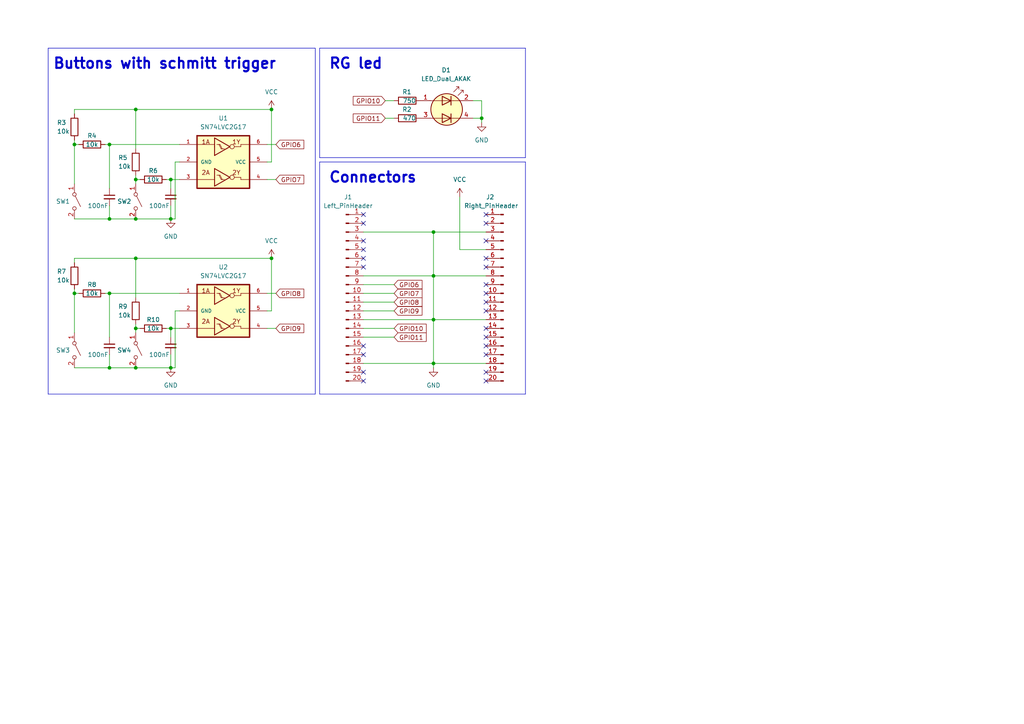
<source format=kicad_sch>
(kicad_sch (version 20230121) (generator eeschema)
  (paper "A4")
  (lib_symbols
    (symbol "Connector:Conn_01x20_Pin" (pin_names (offset 1.016) hide)
      (property "Reference" "J" (at 0 25.4 0))
      (property "Value" "Conn_01x20_Pin" (at 0 -27.94 0))
      (symbol "Conn_01x20_Pin_1_1"
        (polyline (pts (xy 1.27 -25.4) (xy 0.8636 -25.4)) (stroke (width 0.1524)))
        (polyline (pts (xy 1.27 -22.86) (xy 0.8636 -22.86)) (stroke (width 0.1524)))
        (polyline (pts (xy 1.27 -20.32) (xy 0.8636 -20.32)) (stroke (width 0.1524)))
        (polyline (pts (xy 1.27 -17.78) (xy 0.8636 -17.78)) (stroke (width 0.1524)))
        (polyline (pts (xy 1.27 -15.24) (xy 0.8636 -15.24)) (stroke (width 0.1524)))
        (polyline (pts (xy 1.27 -12.7) (xy 0.8636 -12.7)) (stroke (width 0.1524)))
        (polyline (pts (xy 1.27 -10.16) (xy 0.8636 -10.16)) (stroke (width 0.1524)))
        (polyline (pts (xy 1.27 -7.62) (xy 0.8636 -7.62)) (stroke (width 0.1524)))
        (polyline (pts (xy 1.27 -5.08) (xy 0.8636 -5.08)) (stroke (width 0.1524)))
        (polyline (pts (xy 1.27 -2.54) (xy 0.8636 -2.54)) (stroke (width 0.1524)))
        (polyline (pts (xy 1.27 0) (xy 0.8636 0)) (stroke (width 0.1524)))
        (polyline (pts (xy 1.27 2.54) (xy 0.8636 2.54)) (stroke (width 0.1524)))
        (polyline (pts (xy 1.27 5.08) (xy 0.8636 5.08)) (stroke (width 0.1524)))
        (polyline (pts (xy 1.27 7.62) (xy 0.8636 7.62)) (stroke (width 0.1524)))
        (polyline (pts (xy 1.27 10.16) (xy 0.8636 10.16)) (stroke (width 0.1524)))
        (polyline (pts (xy 1.27 12.7) (xy 0.8636 12.7)) (stroke (width 0.1524)))
        (polyline (pts (xy 1.27 15.24) (xy 0.8636 15.24)) (stroke (width 0.1524)))
        (polyline (pts (xy 1.27 17.78) (xy 0.8636 17.78)) (stroke (width 0.1524)))
        (polyline (pts (xy 1.27 20.32) (xy 0.8636 20.32)) (stroke (width 0.1524)))
        (polyline (pts (xy 1.27 22.86) (xy 0.8636 22.86)) (stroke (width 0.1524)))
        (rectangle (start 0.8636 -25.273) (end 0 -25.527) (stroke (width 0.1524)) (fill (type outline)))
        (rectangle (start 0.8636 -22.733) (end 0 -22.987) (stroke (width 0.1524)) (fill (type outline)))
        (rectangle (start 0.8636 -20.193) (end 0 -20.447) (stroke (width 0.1524)) (fill (type outline)))
        (rectangle (start 0.8636 -17.653) (end 0 -17.907) (stroke (width 0.1524)) (fill (type outline)))
        (rectangle (start 0.8636 -15.113) (end 0 -15.367) (stroke (width 0.1524)) (fill (type outline)))
        (rectangle (start 0.8636 -12.573) (end 0 -12.827) (stroke (width 0.1524)) (fill (type outline)))
        (rectangle (start 0.8636 -10.033) (end 0 -10.287) (stroke (width 0.1524)) (fill (type outline)))
        (rectangle (start 0.8636 -7.493) (end 0 -7.747) (stroke (width 0.1524)) (fill (type outline)))
        (rectangle (start 0.8636 -4.953) (end 0 -5.207) (stroke (width 0.1524)) (fill (type outline)))
        (rectangle (start 0.8636 -2.413) (end 0 -2.667) (stroke (width 0.1524)) (fill (type outline)))
        (rectangle (start 0.8636 0.127) (end 0 -0.127) (stroke (width 0.1524)) (fill (type outline)))
        (rectangle (start 0.8636 2.667) (end 0 2.413) (stroke (width 0.1524)) (fill (type outline)))
        (rectangle (start 0.8636 5.207) (end 0 4.953) (stroke (width 0.1524)) (fill (type outline)))
        (rectangle (start 0.8636 7.747) (end 0 7.493) (stroke (width 0.1524)) (fill (type outline)))
        (rectangle (start 0.8636 10.287) (end 0 10.033) (stroke (width 0.1524)) (fill (type outline)))
        (rectangle (start 0.8636 12.827) (end 0 12.573) (stroke (width 0.1524)) (fill (type outline)))
        (rectangle (start 0.8636 15.367) (end 0 15.113) (stroke (width 0.1524)) (fill (type outline)))
        (rectangle (start 0.8636 17.907) (end 0 17.653) (stroke (width 0.1524)) (fill (type outline)))
        (rectangle (start 0.8636 20.447) (end 0 20.193) (stroke (width 0.1524)) (fill (type outline)))
        (rectangle (start 0.8636 22.987) (end 0 22.733) (stroke (width 0.1524)) (fill (type outline)))
        (pin passive line (at 5.08 22.86 180) (length 3.81) (name "Pin_1") (number "1"))
        (pin passive line (at 5.08 0 180) (length 3.81) (name "Pin_10") (number "10"))
        (pin passive line (at 5.08 -2.54 180) (length 3.81) (name "Pin_11") (number "11"))
        (pin passive line (at 5.08 -5.08 180) (length 3.81) (name "Pin_12") (number "12"))
        (pin passive line (at 5.08 -7.62 180) (length 3.81) (name "Pin_13") (number "13"))
        (pin passive line (at 5.08 -10.16 180) (length 3.81) (name "Pin_14") (number "14"))
        (pin passive line (at 5.08 -12.7 180) (length 3.81) (name "Pin_15") (number "15"))
        (pin passive line (at 5.08 -15.24 180) (length 3.81) (name "Pin_16") (number "16"))
        (pin passive line (at 5.08 -17.78 180) (length 3.81) (name "Pin_17") (number "17"))
        (pin passive line (at 5.08 -20.32 180) (length 3.81) (name "Pin_18") (number "18"))
        (pin passive line (at 5.08 -22.86 180) (length 3.81) (name "Pin_19") (number "19"))
        (pin passive line (at 5.08 20.32 180) (length 3.81) (name "Pin_2") (number "2"))
        (pin passive line (at 5.08 -25.4 180) (length 3.81) (name "Pin_20") (number "20"))
        (pin passive line (at 5.08 17.78 180) (length 3.81) (name "Pin_3") (number "3"))
        (pin passive line (at 5.08 15.24 180) (length 3.81) (name "Pin_4") (number "4"))
        (pin passive line (at 5.08 12.7 180) (length 3.81) (name "Pin_5") (number "5"))
        (pin passive line (at 5.08 10.16 180) (length 3.81) (name "Pin_6") (number "6"))
        (pin passive line (at 5.08 7.62 180) (length 3.81) (name "Pin_7") (number "7"))
        (pin passive line (at 5.08 5.08 180) (length 3.81) (name "Pin_8") (number "8"))
        (pin passive line (at 5.08 2.54 180) (length 3.81) (name "Pin_9") (number "9"))
      )
    )
    (symbol "Device:C_Small" (pin_numbers hide) (pin_names (offset 0.254) hide)
      (property "Reference" "C" (at 0.254 1.778 0))
      (property "Value" "C_Small" (at 0.254 -2.032 0))
      (symbol "C_Small_0_1"
        (polyline (pts (xy -1.524 -0.508) (xy 1.524 -0.508)) (stroke (width 0.3302)))
        (polyline (pts (xy -1.524 0.508) (xy 1.524 0.508)) (stroke (width 0.3048)))
      )
      (symbol "C_Small_1_1"
        (pin passive line (at 0 2.54 270) (length 2.032) (name "~") (number "1"))
        (pin passive line (at 0 -2.54 90) (length 2.032) (name "~") (number "2"))
      )
    )
    (symbol "Device:LED_Dual_AKAK" (pin_names (offset 0) hide)
      (property "Reference" "D" (at 0 5.715 0))
      (property "Value" "LED_Dual_AKAK" (at 0 -6.35 0))
      (symbol "LED_Dual_AKAK_0_1"
        (polyline (pts (xy -5.08 -2.54) (xy 2.032 -2.54)))
        (polyline (pts (xy -5.08 2.54) (xy 2.032 2.54)))
        (polyline (pts (xy 1.27 -1.27) (xy 1.27 -3.81)) (stroke (width 0.254)))
        (polyline (pts (xy 1.27 3.81) (xy 1.27 1.27)) (stroke (width 0.254)))
        (polyline (pts (xy 3.81 -2.54) (xy 1.905 -2.54)))
        (polyline (pts (xy 3.81 2.54) (xy 1.905 2.54)))
        (polyline (pts (xy -1.27 -1.27) (xy -1.27 -3.81) (xy 1.27 -2.54) (xy -1.27 -1.27)) (stroke (width 0.254)))
        (polyline (pts (xy -1.27 3.81) (xy -1.27 1.27) (xy 1.27 2.54) (xy -1.27 3.81)) (stroke (width 0.254)))
        (polyline (pts (xy 2.032 5.08) (xy 3.556 6.604) (xy 2.794 6.604) (xy 3.556 6.604) (xy 3.556 5.842)))
        (polyline (pts (xy 3.302 4.064) (xy 4.826 5.588) (xy 4.064 5.588) (xy 4.826 5.588) (xy 4.826 4.826)))
        (circle (center 0 0) (radius 4.572) (stroke (width 0.254)) (fill (type background)))
      )
      (symbol "LED_Dual_AKAK_1_1"
        (pin input line (at -7.62 2.54 0) (length 3.048) (name "A1") (number "1"))
        (pin input line (at 7.62 2.54 180) (length 3.81) (name "K1") (number "2"))
        (pin input line (at -7.62 -2.54 0) (length 3.048) (name "A2") (number "3"))
        (pin input line (at 7.62 -2.54 180) (length 3.81) (name "K2") (number "4"))
      )
    )
    (symbol "Device:R" (pin_numbers hide) (pin_names (offset 0))
      (property "Reference" "R" (at 2.032 0 90))
      (property "Value" "R" (at 0 0 90))
      (symbol "R_0_1"
        (rectangle (start -1.016 -2.54) (end 1.016 2.54) (stroke (width 0.254)))
      )
      (symbol "R_1_1"
        (pin passive line (at 0 3.81 270) (length 1.27) (name "~") (number "1"))
        (pin passive line (at 0 -3.81 90) (length 1.27) (name "~") (number "2"))
      )
    )
    (symbol "Switch:SW_SPST" (pin_names (offset 0) hide)
      (property "Reference" "SW" (at 0 3.175 0))
      (property "Value" "SW_SPST" (at 0 -2.54 0))
      (symbol "SW_SPST_0_0"
        (circle (center -2.032 0) (radius 0.508))
        (polyline (pts (xy -1.524 0.254) (xy 1.524 1.778)))
        (circle (center 2.032 0) (radius 0.508))
      )
      (symbol "SW_SPST_1_1"
        (pin passive line (at -5.08 0 0) (length 2.54) (name "A") (number "1"))
        (pin passive line (at 5.08 0 180) (length 2.54) (name "B") (number "2"))
      )
    )
    (symbol "_chips:74LVC2G14" (pin_names (offset 1.016))
      (property "Reference" "U" (at -6.3603 8.9045 0))
      (property "Value" "SN74LVC2G17" (at -6.3579 -10.8084 0))
      (symbol "74LVC2G14_0_0"
        (rectangle (start -7.62 7.62) (end 7.62 -7.62) (stroke (width 0.4064)) (fill (type background)))
        (polyline (pts (xy -2.54 -5.08) (xy -7.62 -5.08)) (stroke (width 0.1524)))
        (polyline (pts (xy -2.54 5.08) (xy -7.62 5.08)) (stroke (width 0.1524)))
        (polyline (pts (xy -2.5304 -6.9862) (xy -2.5304 -4.4462)) (stroke (width 0.254)))
        (polyline (pts (xy -2.5304 -4.4462) (xy -2.5304 -1.9062)) (stroke (width 0.254)))
        (polyline (pts (xy -2.5304 -1.9062) (xy 1.905 -4.445)) (stroke (width 0.254)))
        (polyline (pts (xy -2.5304 1.9038) (xy -2.5304 4.4438)) (stroke (width 0.254)))
        (polyline (pts (xy -2.5304 4.4438) (xy -2.5304 6.9838)) (stroke (width 0.254)))
        (polyline (pts (xy -2.5304 6.9838) (xy 1.905 4.445)) (stroke (width 0.254)))
        (polyline (pts (xy -1.8954 -3.8112) (xy -1.2604 -3.8112)) (stroke (width 0.1524)))
        (polyline (pts (xy -1.8954 5.0788) (xy -1.2604 5.0788)) (stroke (width 0.1524)))
        (polyline (pts (xy -1.2604 -3.8112) (xy -0.9429 -3.8112)) (stroke (width 0.1524)))
        (polyline (pts (xy -1.2604 -3.8112) (xy -0.6254 -5.0812)) (stroke (width 0.1524)))
        (polyline (pts (xy -1.2604 5.0788) (xy -0.9429 5.0788)) (stroke (width 0.1524)))
        (polyline (pts (xy -1.2604 5.0788) (xy -0.6254 3.8088)) (stroke (width 0.1524)))
        (polyline (pts (xy -0.9429 -3.8112) (xy -0.3079 -5.0812)) (stroke (width 0.1524)))
        (polyline (pts (xy -0.9429 5.0788) (xy -0.3079 3.8088)) (stroke (width 0.1524)))
        (polyline (pts (xy -0.6254 -5.0812) (xy -0.3079 -5.0812)) (stroke (width 0.1524)))
        (polyline (pts (xy -0.6254 3.8088) (xy -0.3079 3.8088)) (stroke (width 0.1524)))
        (polyline (pts (xy -0.3079 -5.0812) (xy 0.3271 -5.0812)) (stroke (width 0.1524)))
        (polyline (pts (xy -0.3079 3.8088) (xy 0.3271 3.8088)) (stroke (width 0.1524)))
        (polyline (pts (xy 1.905 -4.445) (xy -2.5304 -6.9862)) (stroke (width 0.254)))
        (polyline (pts (xy 1.905 4.445) (xy -2.5304 1.9038)) (stroke (width 0.254)))
        (polyline (pts (xy 3.175 -4.445) (xy 5.0896 -4.4462)) (stroke (width 0.1524)))
        (polyline (pts (xy 3.175 4.445) (xy 5.0896 4.4438)) (stroke (width 0.1524)))
        (polyline (pts (xy 5.08 -5.08) (xy 7.62 -5.08)) (stroke (width 0.1524)))
        (polyline (pts (xy 5.08 -4.445) (xy 5.08 -5.08)) (stroke (width 0.1524)))
        (polyline (pts (xy 5.08 5.08) (xy 5.08 4.445)) (stroke (width 0.1524)))
        (polyline (pts (xy 5.08 5.08) (xy 7.62 5.08)) (stroke (width 0.1524)))
        (pin output line (at 12.7 -5.08 180) (length 5.08) (name "~") (number "4"))
        (pin power_in line (at 12.7 0 180) (length 5.08) (name "VCC") (number "5"))
      )
      (symbol "74LVC2G14_1_0"
        (circle (center 2.54 -4.445) (radius 0.635))
        (circle (center 2.54 4.445) (radius 0.635))
        (text "1A" (at -6.35 5.08 0) (effects (font (size 1.2724 1.2724)) (justify left bottom)))
        (text "1Y" (at 2.54 5.08 0) (effects (font (size 1.2707 1.2707)) (justify left bottom)))
        (text "2A" (at -6.35 -3.81 0) (effects (font (size 1.2724 1.2724)) (justify left bottom)))
        (text "2Y" (at 2.54 -3.81 0) (effects (font (size 1.2707 1.2707)) (justify left bottom)))
        (pin input line (at -12.7 5.08 0) (length 5.08) (name "") (number "1"))
        (pin power_in line (at -12.7 0 0) (length 5.08) (name "GND") (number "2"))
        (pin input line (at -12.7 -5.08 0) (length 5.08) (name "") (number "3"))
        (pin output line (at 12.7 5.08 180) (length 5.08) (name "") (number "6"))
      )
    )
    (symbol "power:GND" (power) (pin_names (offset 0))
      (property "Value" "GND" (at 0 -3.81 0))
      (symbol "GND_0_1"
        (polyline (pts (xy 0 0) (xy 0 -1.27) (xy 1.27 -1.27) (xy 0 -2.54) (xy -1.27 -1.27) (xy 0 -1.27)))
      )
      (symbol "GND_1_1"
        (pin power_in line (at 0 0 270) (length 0) hide (name "GND") (number "1"))
      )
    )
    (symbol "power:VCC" (power) (pin_names (offset 0))
      (property "Value" "VCC" (at 0 3.81 0))
      (symbol "VCC_0_1"
        (polyline (pts (xy -0.762 1.27) (xy 0 2.54)))
        (polyline (pts (xy 0 0) (xy 0 2.54)))
        (polyline (pts (xy 0 2.54) (xy 0.762 1.27)))
      )
      (symbol "VCC_1_1"
        (pin power_in line (at 0 0 90) (length 0) hide (name "VCC") (number "1"))
      )
    )
  )
  (junction (at 39.37 106.68))
  (junction (at 39.37 74.93))
  (junction (at 21.59 41.91))
  (junction (at 21.59 85.09))
  (junction (at 125.73 92.71))
  (junction (at 49.53 52.07))
  (junction (at 78.74 74.93))
  (junction (at 49.53 95.25))
  (junction (at 78.74 31.75))
  (junction (at 39.37 95.25))
  (junction (at 125.73 67.31))
  (junction (at 31.75 106.68))
  (junction (at 31.75 63.5))
  (junction (at 139.7 34.29))
  (junction (at 39.37 31.75))
  (junction (at 31.75 41.91))
  (junction (at 31.75 85.09))
  (junction (at 49.53 106.68))
  (junction (at 39.37 52.07))
  (junction (at 125.73 105.41))
  (junction (at 125.73 80.01))
  (junction (at 49.53 63.5))
  (junction (at 39.37 63.5))
  (no_connect (at 140.97 95.25))
  (no_connect (at 140.97 90.17))
  (no_connect (at 140.97 97.79))
  (no_connect (at 140.97 64.77))
  (no_connect (at 105.41 110.49))
  (no_connect (at 105.41 102.87))
  (no_connect (at 105.41 72.39))
  (no_connect (at 105.41 100.33))
  (no_connect (at 140.97 87.63))
  (no_connect (at 105.41 77.47))
  (no_connect (at 105.41 74.93))
  (no_connect (at 140.97 110.49))
  (no_connect (at 140.97 74.93))
  (no_connect (at 105.41 107.95))
  (no_connect (at 140.97 77.47))
  (no_connect (at 140.97 85.09))
  (no_connect (at 140.97 100.33))
  (no_connect (at 105.41 64.77))
  (no_connect (at 105.41 69.85))
  (no_connect (at 140.97 82.55))
  (no_connect (at 140.97 69.85))
  (no_connect (at 140.97 107.95))
  (no_connect (at 140.97 102.87))
  (no_connect (at 140.97 62.23))
  (no_connect (at 105.41 62.23))
  (wire (pts (xy 21.59 85.09) (xy 22.86 85.09)))
  (wire (pts (xy 39.37 74.93) (xy 78.74 74.93)))
  (wire (pts (xy 125.73 92.71) (xy 125.73 105.41)))
  (wire (pts (xy 21.59 106.68) (xy 31.75 106.68)))
  (wire (pts (xy 49.53 59.69) (xy 49.53 63.5)))
  (polyline (pts (xy 92.71 13.97) (xy 92.71 45.72)))
  (wire (pts (xy 48.26 52.07) (xy 49.53 52.07)))
  (wire (pts (xy 80.01 95.25) (xy 77.47 95.25)))
  (polyline (pts (xy 92.71 46.99) (xy 152.4 46.99)))
  (wire (pts (xy 114.3 97.79) (xy 105.41 97.79)))
  (wire (pts (xy 39.37 93.98) (xy 39.37 95.25)))
  (wire (pts (xy 105.41 105.41) (xy 125.73 105.41)))
  (polyline (pts (xy 13.97 13.97) (xy 91.44 13.97)))
  (wire (pts (xy 49.53 102.87) (xy 49.53 106.68)))
  (wire (pts (xy 21.59 41.91) (xy 22.86 41.91)))
  (wire (pts (xy 39.37 95.25) (xy 40.64 95.25)))
  (wire (pts (xy 39.37 52.07) (xy 39.37 53.34)))
  (wire (pts (xy 114.3 82.55) (xy 105.41 82.55)))
  (wire (pts (xy 31.75 41.91) (xy 31.75 54.61)))
  (wire (pts (xy 111.76 29.21) (xy 114.3 29.21)))
  (wire (pts (xy 31.75 85.09) (xy 52.07 85.09)))
  (wire (pts (xy 48.26 95.25) (xy 49.53 95.25)))
  (wire (pts (xy 52.07 46.99) (xy 50.8 46.99)))
  (wire (pts (xy 30.48 41.91) (xy 31.75 41.91)))
  (wire (pts (xy 49.53 52.07) (xy 49.53 54.61)))
  (polyline (pts (xy 91.44 114.3) (xy 91.44 13.97)))
  (polyline (pts (xy 92.71 46.99) (xy 92.71 114.3)))
  (wire (pts (xy 125.73 92.71) (xy 140.97 92.71)))
  (wire (pts (xy 21.59 74.93) (xy 21.59 76.2)))
  (wire (pts (xy 30.48 85.09) (xy 31.75 85.09)))
  (wire (pts (xy 31.75 59.69) (xy 31.75 63.5)))
  (wire (pts (xy 125.73 67.31) (xy 140.97 67.31)))
  (wire (pts (xy 31.75 106.68) (xy 39.37 106.68)))
  (wire (pts (xy 39.37 31.75) (xy 78.74 31.75)))
  (wire (pts (xy 39.37 31.75) (xy 39.37 43.18)))
  (wire (pts (xy 80.01 41.91) (xy 77.47 41.91)))
  (wire (pts (xy 78.74 31.75) (xy 78.74 46.99)))
  (wire (pts (xy 80.01 52.07) (xy 77.47 52.07)))
  (wire (pts (xy 21.59 41.91) (xy 21.59 53.34)))
  (wire (pts (xy 31.75 102.87) (xy 31.75 106.68)))
  (wire (pts (xy 49.53 95.25) (xy 49.53 97.79)))
  (polyline (pts (xy 92.71 13.97) (xy 152.4 13.97)))
  (wire (pts (xy 49.53 52.07) (xy 52.07 52.07)))
  (wire (pts (xy 139.7 29.21) (xy 139.7 34.29)))
  (wire (pts (xy 49.53 95.25) (xy 52.07 95.25)))
  (wire (pts (xy 21.59 31.75) (xy 21.59 33.02)))
  (wire (pts (xy 137.16 29.21) (xy 139.7 29.21)))
  (wire (pts (xy 39.37 74.93) (xy 39.37 86.36)))
  (polyline (pts (xy 92.71 114.3) (xy 152.4 114.3)))
  (wire (pts (xy 125.73 105.41) (xy 125.73 106.68)))
  (wire (pts (xy 39.37 95.25) (xy 39.37 96.52)))
  (wire (pts (xy 39.37 31.75) (xy 21.59 31.75)))
  (wire (pts (xy 105.41 67.31) (xy 125.73 67.31)))
  (polyline (pts (xy 13.97 114.3) (xy 91.44 114.3)))
  (wire (pts (xy 125.73 67.31) (xy 125.73 80.01)))
  (polyline (pts (xy 152.4 114.3) (xy 152.4 46.99)))
  (wire (pts (xy 21.59 83.82) (xy 21.59 85.09)))
  (wire (pts (xy 50.8 63.5) (xy 49.53 63.5)))
  (wire (pts (xy 78.74 90.17) (xy 77.47 90.17)))
  (wire (pts (xy 31.75 85.09) (xy 31.75 97.79)))
  (wire (pts (xy 78.74 46.99) (xy 77.47 46.99)))
  (wire (pts (xy 105.41 92.71) (xy 125.73 92.71)))
  (wire (pts (xy 50.8 90.17) (xy 50.8 106.68)))
  (wire (pts (xy 125.73 80.01) (xy 140.97 80.01)))
  (wire (pts (xy 39.37 52.07) (xy 40.64 52.07)))
  (polyline (pts (xy 152.4 45.72) (xy 152.4 13.97)))
  (wire (pts (xy 111.76 34.29) (xy 114.3 34.29)))
  (wire (pts (xy 39.37 74.93) (xy 21.59 74.93)))
  (wire (pts (xy 31.75 41.91) (xy 52.07 41.91)))
  (wire (pts (xy 50.8 106.68) (xy 49.53 106.68)))
  (wire (pts (xy 133.35 72.39) (xy 133.35 57.15)))
  (wire (pts (xy 39.37 106.68) (xy 49.53 106.68)))
  (wire (pts (xy 139.7 34.29) (xy 139.7 35.56)))
  (wire (pts (xy 125.73 80.01) (xy 125.73 92.71)))
  (wire (pts (xy 31.75 63.5) (xy 39.37 63.5)))
  (wire (pts (xy 140.97 72.39) (xy 133.35 72.39)))
  (wire (pts (xy 125.73 105.41) (xy 140.97 105.41)))
  (wire (pts (xy 39.37 63.5) (xy 49.53 63.5)))
  (wire (pts (xy 39.37 50.8) (xy 39.37 52.07)))
  (wire (pts (xy 21.59 40.64) (xy 21.59 41.91)))
  (wire (pts (xy 52.07 90.17) (xy 50.8 90.17)))
  (wire (pts (xy 21.59 85.09) (xy 21.59 96.52)))
  (wire (pts (xy 50.8 46.99) (xy 50.8 63.5)))
  (wire (pts (xy 114.3 87.63) (xy 105.41 87.63)))
  (polyline (pts (xy 92.71 45.72) (xy 152.4 45.72)))
  (wire (pts (xy 80.01 85.09) (xy 77.47 85.09)))
  (wire (pts (xy 137.16 34.29) (xy 139.7 34.29)))
  (wire (pts (xy 114.3 85.09) (xy 105.41 85.09)))
  (wire (pts (xy 21.59 63.5) (xy 31.75 63.5)))
  (polyline (pts (xy 13.97 13.97) (xy 13.97 114.3)))
  (wire (pts (xy 78.74 74.93) (xy 78.74 90.17)))
  (wire (pts (xy 105.41 80.01) (xy 125.73 80.01)))
  (wire (pts (xy 114.3 90.17) (xy 105.41 90.17)))
  (wire (pts (xy 114.3 95.25) (xy 105.41 95.25)))
  (text "Buttons with schmitt trigger " (at 15.24 20.32 0) (effects (font (size 3 3) (thickness 0.6) bold) (justify left bottom)))
  (text "RG led" (at 95.25 20.32 0) (effects (font (size 3 3) (thickness 0.6) bold) (justify left bottom)))
  (text "Connectors" (at 95.25 53.34 0) (effects (font (size 3 3) (thickness 0.6) bold) (justify left bottom)))
  (global_label "GPIO11" (shape input) (at 114.3 97.79 0) (property "Intersheetrefs" "${INTERSHEET_REFS}" (effects hide)))
  (global_label "GPIO6" (shape input) (at 80.01 41.91 0) (property "Intersheetrefs" "${INTERSHEET_REFS}" (effects hide)))
  (global_label "GPIO8" (shape input) (at 114.3 87.63 0) (property "Intersheetrefs" "${INTERSHEET_REFS}" (effects hide)))
  (global_label "GPIO7" (shape input) (at 80.01 52.07 0) (property "Intersheetrefs" "${INTERSHEET_REFS}" (effects hide)))
  (global_label "GPIO7" (shape input) (at 114.3 85.09 0) (property "Intersheetrefs" "${INTERSHEET_REFS}" (effects hide)))
  (global_label "GPIO10" (shape input) (at 114.3 95.25 0) (property "Intersheetrefs" "${INTERSHEET_REFS}" (effects hide)))
  (global_label "GPIO11" (shape input) (at 111.76 34.29 180) (property "Intersheetrefs" "${INTERSHEET_REFS}" (effects hide)))
  (global_label "GPIO8" (shape input) (at 80.01 85.09 0) (property "Intersheetrefs" "${INTERSHEET_REFS}" (effects hide)))
  (global_label "GPIO10" (shape input) (at 111.76 29.21 180) (property "Intersheetrefs" "${INTERSHEET_REFS}" (effects hide)))
  (global_label "GPIO9" (shape input) (at 114.3 90.17 0) (property "Intersheetrefs" "${INTERSHEET_REFS}" (effects hide)))
  (global_label "GPIO6" (shape input) (at 114.3 82.55 0) (property "Intersheetrefs" "${INTERSHEET_REFS}" (effects hide)))
  (global_label "GPIO9" (shape input) (at 80.01 95.25 0) (property "Intersheetrefs" "${INTERSHEET_REFS}" (effects hide)))
  (symbol (lib_id "Connector:Conn_01x20_Pin") (at 146.05 85.09 0) (mirror y) (unit 1)
    (property "Reference" "J2" (at 140.97 57.15 0) (effects (justify right)))
    (property "Value" "Right_PinHeader" (at 134.62 59.69 0) (effects (justify right)))
    (property "Footprint" "Connector_PinSocket_2.54mm:PinSocket_1x20_P2.54mm_Vertical" (effects hide))
  )
  (symbol (lib_id "power:GND") (at 49.53 63.5 0) (unit 1)
    (property "Reference" "#PWR04" (effects hide))
    (property "Value" "GND" (at 49.53 68.58 0))
  )
  (symbol (lib_id "Device:R") (at 39.37 90.17 0) (unit 1)
    (property "Reference" "R9" (at 34.29 88.9 0) (effects (justify left)))
    (property "Value" "10k" (at 34.29 91.44 0) (effects (justify left)))
    (property "Footprint" "Resistor_SMD:R_0402_1005Metric_Pad0.72x0.64mm_HandSolder" (effects hide))
  )
  (symbol (lib_id "Switch:SW_SPST") (at 21.59 101.6 270) (unit 1)
    (property "Reference" "SW3" (at 20.32 101.6 90) (effects (justify right)))
    (property "Value" "SW_SPST" (effects hide))
    (property "Footprint" "_buttons:SW_SMD_KLS7-ST3401" (effects hide))
  )
  (symbol (lib_id "Device:R") (at 118.11 29.21 90) (unit 1)
    (property "Reference" "R1" (at 119.38 26.67 90) (effects (justify left)))
    (property "Value" "750" (at 120.65 29.21 90) (effects (justify left)))
    (property "Footprint" "Resistor_SMD:R_0402_1005Metric_Pad0.72x0.64mm_HandSolder" (effects hide))
  )
  (symbol (lib_id "Switch:SW_SPST") (at 21.59 58.42 270) (unit 1)
    (property "Reference" "SW1" (at 20.32 58.42 90) (effects (justify right)))
    (property "Value" "SW_SPST" (effects hide))
    (property "Footprint" "_buttons:SW_SMD_KLS7-ST3401" (effects hide))
  )
  (symbol (lib_id "power:GND") (at 49.53 106.68 0) (unit 1)
    (property "Reference" "#PWR06" (effects hide))
    (property "Value" "GND" (at 49.53 111.76 0))
  )
  (symbol (lib_id "Device:R") (at 44.45 52.07 270) (unit 1)
    (property "Reference" "R6" (at 44.45 49.53 90))
    (property "Value" "10k" (at 44.45 52.07 90))
    (property "Footprint" "Resistor_SMD:R_0402_1005Metric_Pad0.72x0.64mm_HandSolder" (effects hide))
  )
  (symbol (lib_id "power:GND") (at 139.7 35.56 0) (unit 1)
    (property "Reference" "#PWR02" (effects hide))
    (property "Value" "GND" (at 139.7 40.64 0))
  )
  (symbol (lib_id "Device:C_Small") (at 31.75 57.15 0) (unit 1)
    (property "Reference" "C1" (effects hide))
    (property "Value" "100nF" (at 25.4 59.69 0) (effects (justify left)))
    (property "Footprint" "Capacitor_SMD:C_0402_1005Metric_Pad0.74x0.62mm_HandSolder" (effects hide))
  )
  (symbol (lib_id "_chips:74LVC2G14") (at 64.77 46.99 0) (unit 1)
    (property "Reference" "U1" (at 64.77 34.29 0))
    (property "Value" "SN74LVC2G17" (at 64.77 36.83 0))
    (property "Footprint" "Package_TO_SOT_SMD:SOT-23-6_Handsoldering" (effects hide))
  )
  (symbol (lib_id "power:VCC") (at 78.74 74.93 0) (unit 1)
    (property "Reference" "#PWR05" (effects hide))
    (property "Value" "VCC" (at 78.74 69.85 0))
  )
  (symbol (lib_id "Switch:SW_SPST") (at 39.37 101.6 270) (unit 1)
    (property "Reference" "SW4" (at 38.1 101.6 90) (effects (justify right)))
    (property "Value" "SW_SPST" (effects hide))
    (property "Footprint" "_buttons:SW_SMD_KLS7-ST3401" (effects hide))
  )
  (symbol (lib_id "Device:LED_Dual_AKAK") (at 129.54 31.75 0) (unit 1)
    (property "Reference" "D1" (at 129.413 20.32 0))
    (property "Value" "LED_Dual_AKAK" (at 129.413 22.86 0))
    (property "Footprint" "_led:LED_RG_KPB-3025" (effects hide))
  )
  (symbol (lib_id "_chips:74LVC2G14") (at 64.77 90.17 0) (unit 1)
    (property "Reference" "U2" (at 64.77 77.47 0))
    (property "Value" "SN74LVC2G17" (at 64.77 80.01 0))
    (property "Footprint" "Package_TO_SOT_SMD:SOT-23-6_Handsoldering" (effects hide))
  )
  (symbol (lib_id "power:GND") (at 125.73 106.68 0) (unit 1)
    (property "Reference" "#PWR07" (effects hide))
    (property "Value" "GND" (at 125.73 111.76 0))
  )
  (symbol (lib_id "Device:R") (at 21.59 36.83 0) (unit 1)
    (property "Reference" "R3" (at 16.51 35.56 0) (effects (justify left)))
    (property "Value" "10k" (at 16.51 38.1 0) (effects (justify left)))
    (property "Footprint" "Resistor_SMD:R_0402_1005Metric_Pad0.72x0.64mm_HandSolder" (effects hide))
  )
  (symbol (lib_id "Device:C_Small") (at 49.53 57.15 0) (unit 1)
    (property "Reference" "C2" (effects hide))
    (property "Value" "100nF" (at 43.18 59.69 0) (effects (justify left)))
    (property "Footprint" "Capacitor_SMD:C_0402_1005Metric_Pad0.74x0.62mm_HandSolder" (effects hide))
  )
  (symbol (lib_id "Device:R") (at 44.45 95.25 270) (unit 1)
    (property "Reference" "R10" (at 44.45 92.71 90))
    (property "Value" "10k" (at 44.45 95.25 90))
    (property "Footprint" "Resistor_SMD:R_0402_1005Metric_Pad0.72x0.64mm_HandSolder" (effects hide))
  )
  (symbol (lib_id "Device:R") (at 39.37 46.99 0) (unit 1)
    (property "Reference" "R5" (at 34.29 45.72 0) (effects (justify left)))
    (property "Value" "10k" (at 34.29 48.26 0) (effects (justify left)))
    (property "Footprint" "Resistor_SMD:R_0402_1005Metric_Pad0.72x0.64mm_HandSolder" (effects hide))
  )
  (symbol (lib_id "power:VCC") (at 133.35 57.15 0) (unit 1)
    (property "Reference" "#PWR03" (effects hide))
    (property "Value" "VCC" (at 133.35 52.07 0))
  )
  (symbol (lib_id "power:VCC") (at 78.74 31.75 0) (unit 1)
    (property "Reference" "#PWR01" (effects hide))
    (property "Value" "VCC" (at 78.74 26.67 0))
  )
  (symbol (lib_id "Switch:SW_SPST") (at 39.37 58.42 270) (unit 1)
    (property "Reference" "SW2" (at 38.1 58.42 90) (effects (justify right)))
    (property "Value" "SW_SPST" (effects hide))
    (property "Footprint" "_buttons:SW_SMD_KLS7-ST3401" (effects hide))
  )
  (symbol (lib_id "Device:R") (at 118.11 34.29 90) (unit 1)
    (property "Reference" "R2" (at 119.38 31.75 90) (effects (justify left)))
    (property "Value" "470" (at 120.65 34.29 90) (effects (justify left)))
    (property "Footprint" "Resistor_SMD:R_0402_1005Metric_Pad0.72x0.64mm_HandSolder" (effects hide))
  )
  (symbol (lib_id "Device:C_Small") (at 49.53 100.33 0) (unit 1)
    (property "Reference" "C4" (effects hide))
    (property "Value" "100nF" (at 43.18 102.87 0) (effects (justify left)))
    (property "Footprint" "Capacitor_SMD:C_0402_1005Metric_Pad0.74x0.62mm_HandSolder" (effects hide))
  )
  (symbol (lib_id "Connector:Conn_01x20_Pin") (at 100.33 85.09 0) (unit 1)
    (property "Reference" "J1" (at 100.965 57.15 0))
    (property "Value" "Left_PinHeader" (at 100.965 59.69 0))
    (property "Footprint" "Connector_PinSocket_2.54mm:PinSocket_1x20_P2.54mm_Vertical" (effects hide))
  )
  (symbol (lib_id "Device:R") (at 21.59 80.01 0) (unit 1)
    (property "Reference" "R7" (at 16.51 78.74 0) (effects (justify left)))
    (property "Value" "10k" (at 16.51 81.28 0) (effects (justify left)))
    (property "Footprint" "Resistor_SMD:R_0402_1005Metric_Pad0.72x0.64mm_HandSolder" (effects hide))
  )
  (symbol (lib_id "Device:R") (at 26.67 41.91 270) (unit 1)
    (property "Reference" "R4" (at 26.67 39.37 90))
    (property "Value" "10k" (at 26.67 41.91 90))
    (property "Footprint" "Resistor_SMD:R_0402_1005Metric_Pad0.72x0.64mm_HandSolder" (effects hide))
  )
  (symbol (lib_id "Device:C_Small") (at 31.75 100.33 0) (unit 1)
    (property "Reference" "C3" (effects hide))
    (property "Value" "100nF" (at 25.4 102.87 0) (effects (justify left)))
    (property "Footprint" "Capacitor_SMD:C_0402_1005Metric_Pad0.74x0.62mm_HandSolder" (effects hide))
  )
  (symbol (lib_id "Device:R") (at 26.67 85.09 270) (unit 1)
    (property "Reference" "R8" (at 26.67 82.55 90))
    (property "Value" "10k" (at 26.67 85.09 90))
    (property "Footprint" "Resistor_SMD:R_0402_1005Metric_Pad0.72x0.64mm_HandSolder" (effects hide))
  )
)
</source>
